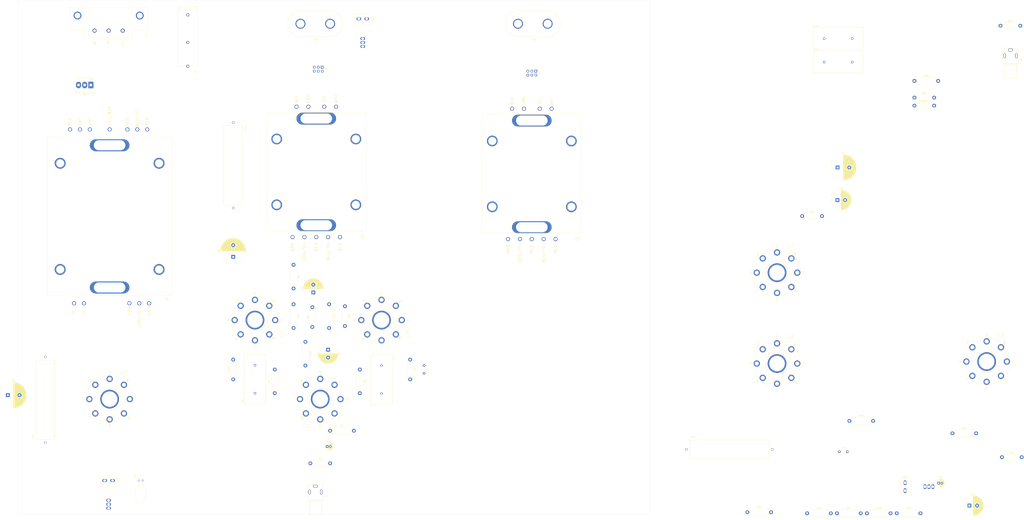
<source format=kicad_pcb>
(kicad_pcb (version 20171130) (host pcbnew 5.1.12-84ad8e8a86~92~ubuntu20.04.1)
  (layers (0 F.Cu signal) (31 B.Cu signal) (34 B.Paste user) (35 F.Paste user) (36 B.SilkS user) (37 F.SilkS user) (38 B.Mask user) (39 F.Mask user) (44 Edge.Cuts user))
  (net 0 "")
  (net 1 "Net-(C1-Pad1)")
  (net 2 "Net-(C1-Pad2)")
  (net 3 Earth)
  (net 4 "Net-(C4-Pad2)")
  (net 5 "Net-(C4-Pad1)")
  (net 6 "Net-(C5-Pad1)")
  (net 7 "Net-(C5-Pad2)")
  (net 8 B+)
  (net 9 "Net-(C9-Pad2)")
  (net 10 "Net-(C9-Pad1)")
  (net 11 "Net-(C12-Pad1)")
  (net 12 "Net-(C12-Pad2)")
  (net 13 "Net-(C13-Pad2)")
  (net 14 "Net-(C13-Pad1)")
  (net 15 "Net-(F1-Pad1)")
  (net 16 "Net-(F1-Pad2)")
  (net 17 "Net-(J1-Pad1)")
  (net 18 GNDPWR)
  (net 19 "Net-(J2-Pad3)")
  (net 20 "Net-(J3-Pad1)")
  (net 21 "Net-(J4-Pad1)")
  (net 22 "Net-(J4-Pad2)")
  (net 23 "Net-(J4-Pad3)")
  (net 24 "Net-(J4-Pad5)")
  (net 25 "Net-(J5-Pad2)")
  (net 26 "Net-(J5-Pad5)")
  (net 27 "Net-(J5-Pad3)")
  (net 28 "Net-(J5-Pad1)")
  (net 29 "Net-(JP1-Pad1)")
  (net 30 "Net-(JP1-Pad2)")
  (net 31 "Net-(JP1-Pad3)")
  (net 32 "Net-(NE1-Pad2)")
  (net 33 "Net-(R7-Pad2)")
  (net 34 "Net-(R10-Pad1)")
  (net 35 "Net-(R11-Pad2)")
  (net 36 "Net-(R14-Pad2)")
  (net 37 "Net-(R21-Pad2)")
  (net 38 "Net-(R24-Pad1)")
  (net 39 "Net-(R27-Pad2)")
  (net 40 "Net-(T1-Pad7)")
  (net 41 "Net-(T1-Pad9)")
  (net 42 "Net-(T1-Pad5)")
  (net 43 "Net-(T1-Pad10)")
  (net 44 "Net-(T1-Pad12)")
  (net 45 "Net-(T1-Pad6)")
  (net 46 "Net-(T2-Pad5)")
  (net 47 "Net-(T2-Pad4)")
  (net 48 "Net-(T2-Pad2)")
  (net 49 "Net-(T2-Pad1)")
  (net 50 "Net-(T3-Pad1)")
  (net 51 "Net-(T3-Pad2)")
  (net 52 "Net-(T3-Pad4)")
  (net 53 "Net-(T3-Pad5)")
  (net 54 "Net-(C3-Pad1)")
  (net 55 "Net-(C2-Pad1)")
  (net 56 "Net-(C7-Pad1)")
  (net 57 "Net-(C8-Pad1)")
  (net 58 "Net-(C10-Pad1)")
  (net 59 "Net-(C11-Pad1)")
  (net 60 "Net-(C14-Pad1)")
  (net 61 "Net-(C15-Pad1)")
  (module Capacitor_THT:CP_Radial_D12.5mm_P5.00mm (layer F.Cu) (at 611.197001 324.978001)
    (fp_text reference C11 (at 2.5 -7.5) (layer F.SilkS))
    (fp_text value "22u 350V")
    (pad 2 thru_hole circle (at 5 0) (size 2.4 2.4) (drill 1.2) (layers *.Cu *.Mask) (net 3 Earth))
    (pad 1 thru_hole rect (at 0 0) (size 2.4 2.4) (drill 1.2) (layers *.Cu *.Mask) (net 59 "Net-(C11-Pad1)"))
  )
  (module Capacitor_THT:CP_Radial_D12.5mm_P5.00mm (layer F.Cu) (at 189.865 187.96 90)
    (fp_text reference C3 (at 2.5 -7.5 90) (layer F.SilkS))
    (fp_text value "22u 350V")
    (pad 2 thru_hole circle (at 5 0 90) (size 2.4 2.4) (drill 1.2) (layers *.Cu *.Mask) (net 3 Earth))
    (pad 1 thru_hole rect (at 0 0 90) (size 2.4 2.4) (drill 1.2) (layers *.Cu *.Mask) (net 54 "Net-(C3-Pad1)"))
  )
  (module Capacitor_THT:CP_Radial_D16.0mm_P7.50mm (layer F.Cu) (at 526.567001 107.648001)
    (fp_text reference C15 (at 3.75 -9.25) (layer F.SilkS))
    (fp_text value "47u 450V")
    (pad 2 thru_hole circle (at 7.5 0) (size 2.4 2.4) (drill 1.2) (layers *.Cu *.Mask) (net 3 Earth))
    (pad 1 thru_hole rect (at 0 0) (size 2.4 2.4) (drill 1.2) (layers *.Cu *.Mask) (net 61 "Net-(C15-Pad1)"))
  )
  (module Capacitor_THT:CP_Radial_D16.0mm_P7.50mm (layer F.Cu) (at -6.35 254)
    (fp_text reference C6 (at 3.75 -9.25) (layer F.SilkS))
    (fp_text value "47uF 450V")
    (pad 2 thru_hole circle (at 7.5 0) (size 2.4 2.4) (drill 1.2) (layers *.Cu *.Mask) (net 3 Earth))
    (pad 1 thru_hole rect (at 0 0) (size 2.4 2.4) (drill 1.2) (layers *.Cu *.Mask) (net 8 B+))
  )
  (module RCA_jack:PRJAN1X1 (layer F.Cu) (at 194.945 316.23 180)
    (fp_text reference J1 (at -2.921 -2.6162) (layer F.SilkS))
    (fp_text value RCA)
    (pad 2 thru_hole oval (at 3.75 3.7 180) (size 3 1.8) (drill oval 2.5 1.3) (layers *.Cu *.Mask) (net 3 Earth))
    (pad 3 thru_hole oval (at 7.5 0 180) (size 1.5 3) (drill oval 1 2.5) (layers *.Cu *.Mask))
    (pad 1 thru_hole oval (at 0 0 180) (size 1.5 3) (drill oval 1 2.5) (layers *.Cu *.Mask) (net 17 "Net-(J1-Pad1)"))
  )
  (module RCA_jack:PRJAN1X1 (layer F.Cu) (at 641.35 35.814 180)
    (fp_text reference J3 (at -2.921 -2.6162) (layer F.SilkS))
    (fp_text value RCA)
    (pad 2 thru_hole oval (at 3.75 3.7 180) (size 3 1.8) (drill oval 2.5 1.3) (layers *.Cu *.Mask) (net 3 Earth))
    (pad 3 thru_hole oval (at 7.5 0 180) (size 1.5 3) (drill oval 1 2.5) (layers *.Cu *.Mask))
    (pad 1 thru_hole oval (at 0 0 180) (size 1.5 3) (drill oval 1 2.5) (layers *.Cu *.Mask) (net 20 "Net-(J3-Pad1)"))
  )
  (module Capacitor_THT:C_Rect_L7.2mm_W2.5mm_P5.00mm_FKS2_FKP2_MKS2_MKP2 (layer F.Cu) (at 260.985 234.95 270)
    (fp_text reference C1 (at 2.5 -2.5 90) (layer F.SilkS))
    (fp_text value 1000p)
    (pad 1 thru_hole circle (at 0 0 270) (size 1.6 1.6) (drill 0.8) (layers *.Cu *.Mask) (net 1 "Net-(C1-Pad1)"))
    (pad 2 thru_hole circle (at 5 0 270) (size 1.6 1.6) (drill 0.8) (layers *.Cu *.Mask) (net 2 "Net-(C1-Pad2)"))
  )
  (module Capacitor_THT:CP_Radial_D5.0mm_P2.00mm (layer F.Cu) (at 198.755 287.02)
    (fp_text reference C2 (at 1 -3.75) (layer F.SilkS))
    (fp_text value "100u 16V")
    (pad 1 thru_hole rect (at 0 0) (size 1.6 1.6) (drill 0.8) (layers *.Cu *.Mask) (net 55 "Net-(C2-Pad1)"))
    (pad 2 thru_hole circle (at 2 0) (size 1.6 1.6) (drill 0.8) (layers *.Cu *.Mask) (net 3 Earth))
  )
  (module caps:cap_rect_32x14_P18.3mm (layer F.Cu) (at 233.68 234.95 270)
    (fp_text reference C4 (at -5 -8 90) (layer F.SilkS))
    (fp_text value "0.22u 400V")
    (pad 2 thru_hole circle (at 18 0 270) (size 1.524 1.524) (drill 1) (layers *.Cu *.Mask) (net 4 "Net-(C4-Pad2)"))
    (pad 1 thru_hole circle (at 0 0 270) (size 1.524 1.524) (drill 1) (layers *.Cu *.Mask) (net 5 "Net-(C4-Pad1)"))
  )
  (module caps:cap_rect_32x14_P18.3mm (layer F.Cu) (at 152.4 252.73 90)
    (fp_text reference C5 (at -5 -8 90) (layer F.SilkS))
    (fp_text value "0.22u 400V")
    (pad 1 thru_hole circle (at 0 0 90) (size 1.524 1.524) (drill 1) (layers *.Cu *.Mask) (net 6 "Net-(C5-Pad1)"))
    (pad 2 thru_hole circle (at 18 0 90) (size 1.524 1.524) (drill 1) (layers *.Cu *.Mask) (net 7 "Net-(C5-Pad2)"))
  )
  (module Capacitor_THT:CP_Radial_D12.5mm_P5.00mm (layer F.Cu) (at 199.39 224.79 270)
    (fp_text reference C7 (at 2.5 -7.5 90) (layer F.SilkS))
    (fp_text value "470u 50V")
    (pad 2 thru_hole circle (at 5 0 270) (size 2.4 2.4) (drill 1.2) (layers *.Cu *.Mask) (net 3 Earth))
    (pad 1 thru_hole rect (at 0 0 270) (size 2.4 2.4) (drill 1.2) (layers *.Cu *.Mask) (net 56 "Net-(C7-Pad1)"))
  )
  (module Capacitor_THT:CP_Radial_D16.0mm_P7.50mm (layer F.Cu) (at 138.43 165.1 90)
    (fp_text reference C8 (at 3.75 -9.25 90) (layer F.SilkS))
    (fp_text value "47u 450V")
    (pad 1 thru_hole rect (at 0 0 90) (size 2.4 2.4) (drill 1.2) (layers *.Cu *.Mask) (net 57 "Net-(C8-Pad1)"))
    (pad 2 thru_hole circle (at 7.5 0 90) (size 2.4 2.4) (drill 1.2) (layers *.Cu *.Mask) (net 3 Earth))
  )
  (module Capacitor_THT:C_Rect_L7.2mm_W2.5mm_P5.00mm_FKS2_FKP2_MKS2_MKP2 (layer F.Cu) (at 527.757001 290.368001)
    (fp_text reference C9 (at 2.5 -2.5) (layer F.SilkS))
    (fp_text value 1000p)
    (pad 2 thru_hole circle (at 5 0) (size 1.6 1.6) (drill 0.8) (layers *.Cu *.Mask) (net 9 "Net-(C9-Pad2)"))
    (pad 1 thru_hole circle (at 0 0) (size 1.6 1.6) (drill 0.8) (layers *.Cu *.Mask) (net 10 "Net-(C9-Pad1)"))
  )
  (module Capacitor_THT:CP_Radial_D5.0mm_P2.00mm (layer F.Cu) (at 591.486776 310.558001)
    (fp_text reference C10 (at 1 -3.75) (layer F.SilkS))
    (fp_text value "100u 16V")
    (pad 2 thru_hole circle (at 2 0) (size 1.6 1.6) (drill 0.8) (layers *.Cu *.Mask) (net 3 Earth))
    (pad 1 thru_hole rect (at 0 0) (size 1.6 1.6) (drill 0.8) (layers *.Cu *.Mask) (net 58 "Net-(C10-Pad1)"))
  )
  (module caps:cap_rect_32x14_P18.3mm (layer F.Cu) (at 517.927001 24.728001)
    (fp_text reference C12 (at -5 -8) (layer F.SilkS))
    (fp_text value "0.22u 400V")
    (pad 1 thru_hole circle (at 0 0) (size 1.524 1.524) (drill 1) (layers *.Cu *.Mask) (net 11 "Net-(C12-Pad1)"))
    (pad 2 thru_hole circle (at 18 0) (size 1.524 1.524) (drill 1) (layers *.Cu *.Mask) (net 12 "Net-(C12-Pad2)"))
  )
  (module caps:cap_rect_32x14_P18.3mm (layer F.Cu) (at 517.927001 39.878001)
    (fp_text reference C13 (at -5 -8) (layer F.SilkS))
    (fp_text value "0.22u 400V")
    (pad 2 thru_hole circle (at 18 0) (size 1.524 1.524) (drill 1) (layers *.Cu *.Mask) (net 13 "Net-(C13-Pad2)"))
    (pad 1 thru_hole circle (at 0 0) (size 1.524 1.524) (drill 1) (layers *.Cu *.Mask) (net 14 "Net-(C13-Pad1)"))
  )
  (module Capacitor_THT:CP_Radial_D12.5mm_P5.00mm (layer F.Cu) (at 526.419083 128.598001)
    (fp_text reference C14 (at 2.5 -7.5) (layer F.SilkS))
    (fp_text value "470u 50V")
    (pad 1 thru_hole rect (at 0 0) (size 2.4 2.4) (drill 1.2) (layers *.Cu *.Mask) (net 60 "Net-(C14-Pad1)"))
    (pad 2 thru_hole circle (at 5 0) (size 2.4 2.4) (drill 1.2) (layers *.Cu *.Mask) (net 3 Earth))
  )
  (module HBH_fuse_holder:HBH-I-R (layer F.Cu) (at 109.22 42.545 270)
    (fp_text reference F1 (at 3.81 -5.08 90) (layer F.SilkS))
    (fp_text value Fuse)
    (pad 1 thru_hole circle (at 0 0 270) (size 1.905 1.905) (drill 1.27) (layers *.Cu *.Mask) (net 15 "Net-(F1-Pad1)"))
    (pad 2 thru_hole circle (at -15.24 0 270) (size 1.905 1.905) (drill 1.27) (layers *.Cu *.Mask) (net 16 "Net-(F1-Pad2)"))
    (pad 3 thru_hole circle (at -33.02 0 270) (size 1.905 1.905) (drill 1.27) (layers *.Cu *.Mask))
  )
  (module GSP1_power_entry:GSP1.8101.1 (layer F.Cu) (at 58.42 19.685 180)
    (fp_text reference J2 (at -24 -3) (layer F.SilkS))
    (fp_text value Conn_01x05)
    (fp_text user L (at -9 -8) (layer F.SilkS) (effects (font (size 2 2) (thickness 0.25))))
    (fp_text user E (at 0 -8) (layer F.SilkS) (effects (font (size 2 2) (thickness 0.25))))
    (fp_text user N (at 9 -8) (layer F.SilkS) (effects (font (size 2 2) (thickness 0.25))))
    (pad 1 thru_hole circle (at -9.05 0 180) (size 2.6 2.6) (drill 1.6) (layers *.Cu *.Mask) (net 16 "Net-(F1-Pad2)"))
    (pad 2 thru_hole circle (at 0 0 180) (size 2.6 2.6) (drill 1.6) (layers *.Cu *.Mask) (net 18 GNDPWR))
    (pad 3 thru_hole circle (at 9.05 0 180) (size 2.6 2.6) (drill 1.6) (layers *.Cu *.Mask) (net 19 "Net-(J2-Pad3)"))
    (pad 4 thru_hole circle (at -20 9.7 180) (size 5 5) (drill 3.6) (layers *.Cu *.Mask) (net 18 GNDPWR))
    (pad 5 thru_hole circle (at 20 9.7 180) (size 5 5) (drill 3.6) (layers *.Cu *.Mask) (net 18 GNDPWR))
  )
  (module Connector_PinHeader_2.54mm:PinHeader_2x03_P2.54mm_Vertical (layer F.Cu) (at 195.58 43.18 270)
    (fp_text reference J4 (at 1.27 -2.33 90) (layer F.SilkS))
    (fp_text value JPR_2x3)
    (pad 1 thru_hole rect (at 0 0 270) (size 1.7 1.7) (drill 1) (layers *.Cu *.Mask) (net 21 "Net-(J4-Pad1)"))
    (pad 2 thru_hole oval (at 2.54 0 270) (size 1.7 1.7) (drill 1) (layers *.Cu *.Mask) (net 22 "Net-(J4-Pad2)"))
    (pad 3 thru_hole oval (at 0 2.54 270) (size 1.7 1.7) (drill 1) (layers *.Cu *.Mask) (net 23 "Net-(J4-Pad3)"))
    (pad 4 thru_hole oval (at 2.54 2.54 270) (size 1.7 1.7) (drill 1) (layers *.Cu *.Mask) (net 22 "Net-(J4-Pad2)"))
    (pad 5 thru_hole oval (at 0 5.08 270) (size 1.7 1.7) (drill 1) (layers *.Cu *.Mask) (net 24 "Net-(J4-Pad5)"))
    (pad 6 thru_hole oval (at 2.54 5.08 270) (size 1.7 1.7) (drill 1) (layers *.Cu *.Mask) (net 22 "Net-(J4-Pad2)"))
  )
  (module Connector_PinHeader_2.54mm:PinHeader_2x03_P2.54mm_Vertical (layer F.Cu) (at 332.74 45.72 270)
    (fp_text reference J5 (at 1.27 -2.33 90) (layer F.SilkS))
    (fp_text value JPR_2x3)
    (pad 6 thru_hole oval (at 2.54 5.08 270) (size 1.7 1.7) (drill 1) (layers *.Cu *.Mask) (net 25 "Net-(J5-Pad2)"))
    (pad 5 thru_hole oval (at 0 5.08 270) (size 1.7 1.7) (drill 1) (layers *.Cu *.Mask) (net 26 "Net-(J5-Pad5)"))
    (pad 4 thru_hole oval (at 2.54 2.54 270) (size 1.7 1.7) (drill 1) (layers *.Cu *.Mask) (net 25 "Net-(J5-Pad2)"))
    (pad 3 thru_hole oval (at 0 2.54 270) (size 1.7 1.7) (drill 1) (layers *.Cu *.Mask) (net 27 "Net-(J5-Pad3)"))
    (pad 2 thru_hole oval (at 2.54 0 270) (size 1.7 1.7) (drill 1) (layers *.Cu *.Mask) (net 25 "Net-(J5-Pad2)"))
    (pad 1 thru_hole rect (at 0 0 270) (size 1.7 1.7) (drill 1) (layers *.Cu *.Mask) (net 28 "Net-(J5-Pad1)"))
  )
  (module BindingPost:Keystone_4109 (layer F.Cu) (at 200.66 15.24 180)
    (fp_text reference LS1 (at 8.89 -10.16) (layer F.SilkS))
    (fp_text value Speaker)
    (pad 2 thru_hole circle (at 19.05 0 180) (size 6.35 6.35) (drill 5.08) (layers *.Cu *.Mask) (net 3 Earth))
    (pad 1 thru_hole circle (at 0 0 180) (size 6.35 6.35) (drill 5.08) (layers *.Cu *.Mask) (net 22 "Net-(J4-Pad2)"))
  )
  (module BindingPost:Keystone_4109 (layer F.Cu) (at 340.36 15.24 180)
    (fp_text reference LS2 (at 8.89 -10.16) (layer F.SilkS))
    (fp_text value Speaker)
    (pad 1 thru_hole circle (at 0 0 180) (size 6.35 6.35) (drill 5.08) (layers *.Cu *.Mask) (net 25 "Net-(J5-Pad2)"))
    (pad 2 thru_hole circle (at 19.05 0 180) (size 6.35 6.35) (drill 5.08) (layers *.Cu *.Mask) (net 3 Earth))
  )
  (module neon:A1A (layer F.Cu) (at 77.724 308.864 90)
    (fp_text reference NE1 (at 3.175 -2.54 90) (layer F.SilkS))
    (fp_text value Lamp_Neon)
    (pad 1 thru_hole circle (at 0 0 90) (size 1.016 1.016) (drill 0.7112) (layers *.Cu *.Mask) (net 19 "Net-(J2-Pad3)"))
    (pad 2 thru_hole circle (at 0 2.54 90) (size 1.016 1.016) (drill 0.7112) (layers *.Cu *.Mask) (net 32 "Net-(NE1-Pad2)"))
  )
  (module Resistor_THT:R_Axial_DIN0411_L9.9mm_D3.6mm_P12.70mm_Horizontal (layer F.Cu) (at 187.96 297.815)
    (fp_text reference R1 (at 6.35 -2.92) (layer F.SilkS))
    (fp_text value 470K)
    (pad 2 thru_hole oval (at 12.7 0) (size 2.4 2.4) (drill 1.2) (layers *.Cu *.Mask) (net 3 Earth))
    (pad 1 thru_hole circle (at 0 0) (size 2.4 2.4) (drill 1.2) (layers *.Cu *.Mask) (net 17 "Net-(J1-Pad1)"))
  )
  (module Resistor_THT:R_Axial_DIN0414_L11.9mm_D4.5mm_P15.24mm_Horizontal (layer F.Cu) (at 200.025 195.58 270)
    (fp_text reference R2 (at 7.62 -3.37 90) (layer F.SilkS))
    (fp_text value 100K)
    (pad 2 thru_hole oval (at 15.24 0 270) (size 2.4 2.4) (drill 1.2) (layers *.Cu *.Mask) (net 4 "Net-(C4-Pad2)"))
    (pad 1 thru_hole circle (at 0 0 270) (size 2.4 2.4) (drill 1.2) (layers *.Cu *.Mask) (net 54 "Net-(C3-Pad1)"))
  )
  (module Resistor_THT:R_Axial_DIN0414_L11.9mm_D4.5mm_P15.24mm_Horizontal (layer F.Cu) (at 200.66 276.86)
    (fp_text reference R3 (at 7.62 -3.37) (layer F.SilkS))
    (fp_text value 100)
    (pad 1 thru_hole circle (at 0 0) (size 2.4 2.4) (drill 1.2) (layers *.Cu *.Mask) (net 55 "Net-(C2-Pad1)"))
    (pad 2 thru_hole oval (at 15.24 0) (size 2.4 2.4) (drill 1.2) (layers *.Cu *.Mask) (net 2 "Net-(C1-Pad2)"))
  )
  (module Resistor_THT:R_Axial_DIN0414_L11.9mm_D4.5mm_P15.24mm_Horizontal (layer F.Cu) (at 177.165 195.58 270)
    (fp_text reference R4 (at 7.62 -3.37 90) (layer F.SilkS))
    (fp_text value 100K)
    (pad 1 thru_hole circle (at 0 0 270) (size 2.4 2.4) (drill 1.2) (layers *.Cu *.Mask) (net 54 "Net-(C3-Pad1)"))
    (pad 2 thru_hole oval (at 15.24 0 270) (size 2.4 2.4) (drill 1.2) (layers *.Cu *.Mask) (net 7 "Net-(C5-Pad2)"))
  )
  (module Resistor_THT:R_Axial_DIN0411_L9.9mm_D3.6mm_P12.70mm_Horizontal (layer F.Cu) (at 252.095 231.14 270)
    (fp_text reference R5 (at 6.35 -2.92 90) (layer F.SilkS))
    (fp_text value 1k)
    (pad 2 thru_hole oval (at 12.7 0 270) (size 2.4 2.4) (drill 1.2) (layers *.Cu *.Mask) (net 2 "Net-(C1-Pad2)"))
    (pad 1 thru_hole circle (at 0 0 270) (size 2.4 2.4) (drill 1.2) (layers *.Cu *.Mask) (net 1 "Net-(C1-Pad1)"))
  )
  (module Resistor_THT:R_Axial_DIN0414_L11.9mm_D4.5mm_P15.24mm_Horizontal (layer F.Cu) (at 177.165 170.18 270)
    (fp_text reference R6 (at 7.62 -3.37 90) (layer F.SilkS))
    (fp_text value "6.8k 1W")
    (pad 2 thru_hole oval (at 15.24 0 270) (size 2.4 2.4) (drill 1.2) (layers *.Cu *.Mask) (net 54 "Net-(C3-Pad1)"))
    (pad 1 thru_hole circle (at 0 0 270) (size 2.4 2.4) (drill 1.2) (layers *.Cu *.Mask) (net 57 "Net-(C8-Pad1)"))
  )
  (module Resistor_THT:R_Axial_DIN0414_L11.9mm_D4.5mm_P15.24mm_Horizontal (layer F.Cu) (at 165.1 252.73 90)
    (fp_text reference R7 (at 7.62 -3.37 90) (layer F.SilkS))
    (fp_text value 270K)
    (pad 2 thru_hole oval (at 15.24 0 90) (size 2.4 2.4) (drill 1.2) (layers *.Cu *.Mask) (net 33 "Net-(R7-Pad2)"))
    (pad 1 thru_hole circle (at 0 0 90) (size 2.4 2.4) (drill 1.2) (layers *.Cu *.Mask) (net 6 "Net-(C5-Pad1)"))
  )
  (module Resistor_THT:R_Axial_DIN0411_L9.9mm_D3.6mm_P12.70mm_Horizontal (layer F.Cu) (at 189.23 210.185 90)
    (fp_text reference R8 (at 6.35 -2.92 90) (layer F.SilkS))
    (fp_text value 47K)
    (pad 1 thru_hole circle (at 0 0 90) (size 2.4 2.4) (drill 1.2) (layers *.Cu *.Mask) (net 33 "Net-(R7-Pad2)"))
    (pad 2 thru_hole oval (at 12.7 0 90) (size 2.4 2.4) (drill 1.2) (layers *.Cu *.Mask) (net 3 Earth))
  )
  (module Resistor_THT:R_Axial_DIN0414_L11.9mm_D4.5mm_P15.24mm_Horizontal (layer F.Cu) (at 219.71 237.49 270)
    (fp_text reference R9 (at 7.62 -3.37 90) (layer F.SilkS))
    (fp_text value 270K)
    (pad 1 thru_hole circle (at 0 0 270) (size 2.4 2.4) (drill 1.2) (layers *.Cu *.Mask) (net 5 "Net-(C4-Pad1)"))
    (pad 2 thru_hole oval (at 15.24 0 270) (size 2.4 2.4) (drill 1.2) (layers *.Cu *.Mask) (net 33 "Net-(R7-Pad2)"))
  )
  (module Resistor_THT:R_Axial_DIN0411_L9.9mm_D3.6mm_P12.70mm_Horizontal (layer F.Cu) (at 210.185 196.85 270)
    (fp_text reference R10 (at 6.35 -2.92 90) (layer F.SilkS))
    (fp_text value 1k)
    (pad 2 thru_hole oval (at 12.7 0 270) (size 2.4 2.4) (drill 1.2) (layers *.Cu *.Mask) (net 5 "Net-(C4-Pad1)"))
    (pad 1 thru_hole circle (at 0 0 270) (size 2.4 2.4) (drill 1.2) (layers *.Cu *.Mask) (net 34 "Net-(R10-Pad1)"))
  )
  (module res:R_100R_20W_11x51mm (layer F.Cu) (at 17.78 284.48 90)
    (fp_text reference R11 (at 4 -8 90) (layer F.SilkS))
    (fp_text value "100R 20W")
    (pad 2 thru_hole circle (at 55 0 90) (size 1.524 1.524) (drill 1.2) (layers *.Cu *.Mask) (net 35 "Net-(R11-Pad2)"))
    (pad 1 thru_hole circle (at 0 0 90) (size 1.524 1.524) (drill 1.2) (layers *.Cu *.Mask) (net 8 B+))
  )
  (module Resistor_THT:R_Axial_DIN0414_L11.9mm_D4.5mm_P15.24mm_Horizontal (layer F.Cu) (at 184.785 219.71 270)
    (fp_text reference R12 (at 7.62 -3.37 90) (layer F.SilkS))
    (fp_text value 250)
    (pad 1 thru_hole circle (at 0 0 270) (size 2.4 2.4) (drill 1.2) (layers *.Cu *.Mask) (net 56 "Net-(C7-Pad1)"))
    (pad 2 thru_hole oval (at 15.24 0 270) (size 2.4 2.4) (drill 1.2) (layers *.Cu *.Mask) (net 3 Earth))
  )
  (module res:R_100R_20W_11x51mm (layer F.Cu) (at 138.43 78.74 270)
    (fp_text reference R13 (at 4 -8 90) (layer F.SilkS))
    (fp_text value "100R 20W")
    (pad 1 thru_hole circle (at 0 0 270) (size 1.524 1.524) (drill 1.2) (layers *.Cu *.Mask) (net 8 B+))
    (pad 2 thru_hole circle (at 55 0 270) (size 1.524 1.524) (drill 1.2) (layers *.Cu *.Mask) (net 57 "Net-(C8-Pad1)"))
  )
  (module Resistor_THT:R_Axial_DIN0411_L9.9mm_D3.6mm_P12.70mm_Horizontal (layer F.Cu) (at 138.43 243.84 90)
    (fp_text reference R14 (at 6.35 -2.92 90) (layer F.SilkS))
    (fp_text value 1k)
    (pad 1 thru_hole circle (at 0 0 90) (size 2.4 2.4) (drill 1.2) (layers *.Cu *.Mask) (net 6 "Net-(C5-Pad1)"))
    (pad 2 thru_hole oval (at 12.7 0 90) (size 2.4 2.4) (drill 1.2) (layers *.Cu *.Mask) (net 36 "Net-(R14-Pad2)"))
  )
  (module Resistor_THT:R_Axial_DIN0411_L9.9mm_D3.6mm_P12.70mm_Horizontal (layer F.Cu) (at 631.19 16.51)
    (fp_text reference R15 (at 6.35 -2.92) (layer F.SilkS))
    (fp_text value 470K)
    (pad 2 thru_hole oval (at 12.7 0) (size 2.4 2.4) (drill 1.2) (layers *.Cu *.Mask) (net 3 Earth))
    (pad 1 thru_hole circle (at 0 0) (size 2.4 2.4) (drill 1.2) (layers *.Cu *.Mask) (net 20 "Net-(J3-Pad1)"))
  )
  (module Resistor_THT:R_Axial_DIN0414_L11.9mm_D4.5mm_P15.24mm_Horizontal (layer F.Cu) (at 575.907001 51.968001)
    (fp_text reference R16 (at 7.62 -3.37) (layer F.SilkS))
    (fp_text value 100K)
    (pad 1 thru_hole circle (at 0 0) (size 2.4 2.4) (drill 1.2) (layers *.Cu *.Mask) (net 59 "Net-(C11-Pad1)"))
    (pad 2 thru_hole oval (at 15.24 0) (size 2.4 2.4) (drill 1.2) (layers *.Cu *.Mask) (net 12 "Net-(C12-Pad2)"))
  )
  (module Resistor_THT:R_Axial_DIN0414_L11.9mm_D4.5mm_P15.24mm_Horizontal (layer F.Cu) (at 526.177001 329.938001)
    (fp_text reference R17 (at 7.62 -3.37) (layer F.SilkS))
    (fp_text value 100)
    (pad 1 thru_hole circle (at 0 0) (size 2.4 2.4) (drill 1.2) (layers *.Cu *.Mask) (net 58 "Net-(C10-Pad1)"))
    (pad 2 thru_hole oval (at 15.24 0) (size 2.4 2.4) (drill 1.2) (layers *.Cu *.Mask) (net 9 "Net-(C9-Pad2)"))
  )
  (module Resistor_THT:R_Axial_DIN0414_L11.9mm_D4.5mm_P15.24mm_Horizontal (layer F.Cu) (at 545.367001 329.938001)
    (fp_text reference R18 (at 7.62 -3.37) (layer F.SilkS))
    (fp_text value 100K)
    (pad 2 thru_hole oval (at 15.24 0) (size 2.4 2.4) (drill 1.2) (layers *.Cu *.Mask) (net 13 "Net-(C13-Pad2)"))
    (pad 1 thru_hole circle (at 0 0) (size 2.4 2.4) (drill 1.2) (layers *.Cu *.Mask) (net 59 "Net-(C11-Pad1)"))
  )
  (module Resistor_THT:R_Axial_DIN0411_L9.9mm_D3.6mm_P12.70mm_Horizontal (layer F.Cu) (at 575.907001 67.868001)
    (fp_text reference R19 (at 6.35 -2.92) (layer F.SilkS))
    (fp_text value 1k)
    (pad 1 thru_hole circle (at 0 0) (size 2.4 2.4) (drill 1.2) (layers *.Cu *.Mask) (net 10 "Net-(C9-Pad1)"))
    (pad 2 thru_hole oval (at 12.7 0) (size 2.4 2.4) (drill 1.2) (layers *.Cu *.Mask) (net 9 "Net-(C9-Pad2)"))
  )
  (module Resistor_THT:R_Axial_DIN0414_L11.9mm_D4.5mm_P15.24mm_Horizontal (layer F.Cu) (at 534.147001 270.548001)
    (fp_text reference R20 (at 7.62 -3.37) (layer F.SilkS))
    (fp_text value "6.8k 1W")
    (pad 1 thru_hole circle (at 0 0) (size 2.4 2.4) (drill 1.2) (layers *.Cu *.Mask) (net 61 "Net-(C15-Pad1)"))
    (pad 2 thru_hole oval (at 15.24 0) (size 2.4 2.4) (drill 1.2) (layers *.Cu *.Mask) (net 59 "Net-(C11-Pad1)"))
  )
  (module Resistor_THT:R_Axial_DIN0414_L11.9mm_D4.5mm_P15.24mm_Horizontal (layer F.Cu) (at 468.607001 329.268001)
    (fp_text reference R21 (at 7.62 -3.37) (layer F.SilkS))
    (fp_text value 270K)
    (pad 2 thru_hole oval (at 15.24 0) (size 2.4 2.4) (drill 1.2) (layers *.Cu *.Mask) (net 37 "Net-(R21-Pad2)"))
    (pad 1 thru_hole circle (at 0 0) (size 2.4 2.4) (drill 1.2) (layers *.Cu *.Mask) (net 14 "Net-(C13-Pad1)"))
  )
  (module Resistor_THT:R_Axial_DIN0411_L9.9mm_D3.6mm_P12.70mm_Horizontal (layer F.Cu) (at 503.837001 138.878001)
    (fp_text reference R22 (at 6.35 -2.92) (layer F.SilkS))
    (fp_text value 47K)
    (pad 1 thru_hole circle (at 0 0) (size 2.4 2.4) (drill 1.2) (layers *.Cu *.Mask) (net 37 "Net-(R21-Pad2)"))
    (pad 2 thru_hole oval (at 12.7 0) (size 2.4 2.4) (drill 1.2) (layers *.Cu *.Mask) (net 3 Earth))
  )
  (module Resistor_THT:R_Axial_DIN0414_L11.9mm_D4.5mm_P15.24mm_Horizontal (layer F.Cu) (at 506.987001 329.938001)
    (fp_text reference R23 (at 7.62 -3.37) (layer F.SilkS))
    (fp_text value 270K)
    (pad 1 thru_hole circle (at 0 0) (size 2.4 2.4) (drill 1.2) (layers *.Cu *.Mask) (net 11 "Net-(C12-Pad1)"))
    (pad 2 thru_hole oval (at 15.24 0) (size 2.4 2.4) (drill 1.2) (layers *.Cu *.Mask) (net 37 "Net-(R21-Pad2)"))
  )
  (module Resistor_THT:R_Axial_DIN0411_L9.9mm_D3.6mm_P12.70mm_Horizontal (layer F.Cu) (at 575.907001 62.718001)
    (fp_text reference R24 (at 6.35 -2.92) (layer F.SilkS))
    (fp_text value 1k)
    (pad 1 thru_hole circle (at 0 0) (size 2.4 2.4) (drill 1.2) (layers *.Cu *.Mask) (net 38 "Net-(R24-Pad1)"))
    (pad 2 thru_hole oval (at 12.7 0) (size 2.4 2.4) (drill 1.2) (layers *.Cu *.Mask) (net 11 "Net-(C12-Pad1)"))
  )
  (module Resistor_THT:R_Axial_DIN0414_L11.9mm_D4.5mm_P15.24mm_Horizontal (layer F.Cu) (at 600.317001 278.518001)
    (fp_text reference R25 (at 7.62 -3.37) (layer F.SilkS))
    (fp_text value 250)
    (pad 2 thru_hole oval (at 15.24 0) (size 2.4 2.4) (drill 1.2) (layers *.Cu *.Mask) (net 3 Earth))
    (pad 1 thru_hole circle (at 0 0) (size 2.4 2.4) (drill 1.2) (layers *.Cu *.Mask) (net 60 "Net-(C14-Pad1)"))
  )
  (module res:R_100R_20W_11x51mm (layer F.Cu) (at 429.514 288.888001)
    (fp_text reference R26 (at 4 -8) (layer F.SilkS))
    (fp_text value "100R 20W")
    (pad 1 thru_hole circle (at 0 0) (size 1.524 1.524) (drill 1.2) (layers *.Cu *.Mask) (net 8 B+))
    (pad 2 thru_hole circle (at 55 0) (size 1.524 1.524) (drill 1.2) (layers *.Cu *.Mask) (net 61 "Net-(C15-Pad1)"))
  )
  (module Resistor_THT:R_Axial_DIN0411_L9.9mm_D3.6mm_P12.70mm_Horizontal (layer F.Cu) (at 632.107001 293.888001)
    (fp_text reference R27 (at 6.35 -2.92) (layer F.SilkS))
    (fp_text value 1k)
    (pad 2 thru_hole oval (at 12.7 0) (size 2.4 2.4) (drill 1.2) (layers *.Cu *.Mask) (net 39 "Net-(R27-Pad2)"))
    (pad 1 thru_hole circle (at 0 0) (size 2.4 2.4) (drill 1.2) (layers *.Cu *.Mask) (net 14 "Net-(C13-Pad1)"))
  )
  (module Resistor_THT:R_Axial_DIN0414_L11.9mm_D4.5mm_P15.24mm_Horizontal (layer F.Cu) (at 564.557001 329.938001)
    (fp_text reference R28 (at 7.62 -3.37) (layer F.SilkS))
    (fp_text value 100k)
    (pad 2 thru_hole oval (at 15.24 0) (size 2.4 2.4) (drill 1.2) (layers *.Cu *.Mask) (net 30 "Net-(JP1-Pad2)"))
    (pad 1 thru_hole circle (at 0 0) (size 2.4 2.4) (drill 1.2) (layers *.Cu *.Mask) (net 32 "Net-(NE1-Pad2)"))
  )
  (module Switch_8GA:8GA1016-Z (layer F.Cu) (at 58.42 321.564 270)
    (fp_text reference SW1 (at -12.75 -6.25 90) (layer F.SilkS))
    (fp_text value SW_SPST_GND)
    (pad 5 thru_hole oval (at -12.7 2.54 270) (size 1.8 3) (drill 1.6) (layers *.Cu *.Mask) (net 3 Earth))
    (pad 4 thru_hole oval (at -12.7 -2.54 270) (size 1.8 3) (drill 1.6) (layers *.Cu *.Mask) (net 3 Earth))
    (pad 3 thru_hole oval (at 5.08 0 270) (size 1.8 3) (drill 1.6) (layers *.Cu *.Mask))
    (pad 2 thru_hole oval (at 2.54 0 270) (size 1.8 3) (drill 1.6) (layers *.Cu *.Mask) (net 30 "Net-(JP1-Pad2)"))
    (pad 1 thru_hole oval (at 0 0 270) (size 1.8 3) (drill 1.6) (layers *.Cu *.Mask) (net 15 "Net-(F1-Pad1)"))
  )
  (module Switch_8GA:8GA1016-Z (layer F.Cu) (at 221.615 24.765 270)
    (fp_text reference SW2 (at -12.75 -6.25 90) (layer F.SilkS))
    (fp_text value SW_SPDT)
    (pad 1 thru_hole oval (at 0 0 270) (size 1.8 3) (drill 1.6) (layers *.Cu *.Mask) (net 21 "Net-(J4-Pad1)"))
    (pad 2 thru_hole oval (at 2.54 0 270) (size 1.8 3) (drill 1.6) (layers *.Cu *.Mask) (net 1 "Net-(C1-Pad1)"))
    (pad 3 thru_hole oval (at 5.08 0 270) (size 1.8 3) (drill 1.6) (layers *.Cu *.Mask) (net 3 Earth))
    (pad 4 thru_hole oval (at -12.7 -2.54 270) (size 1.8 3) (drill 1.6) (layers *.Cu *.Mask))
    (pad 5 thru_hole oval (at -12.7 2.54 270) (size 1.8 3) (drill 1.6) (layers *.Cu *.Mask))
  )
  (module Switch_8GA:8GA1016-Z (layer F.Cu) (at 582.642001 312.843001)
    (fp_text reference SW3 (at -12.75 -6.25) (layer F.SilkS))
    (fp_text value SW_SPDT)
    (pad 1 thru_hole oval (at 0 0) (size 1.8 3) (drill 1.6) (layers *.Cu *.Mask) (net 28 "Net-(J5-Pad1)"))
    (pad 2 thru_hole oval (at 2.54 0) (size 1.8 3) (drill 1.6) (layers *.Cu *.Mask) (net 10 "Net-(C9-Pad1)"))
    (pad 3 thru_hole oval (at 5.08 0) (size 1.8 3) (drill 1.6) (layers *.Cu *.Mask) (net 3 Earth))
    (pad 4 thru_hole oval (at -12.7 -2.54) (size 1.8 3) (drill 1.6) (layers *.Cu *.Mask))
    (pad 5 thru_hole oval (at -12.7 2.54) (size 1.8 3) (drill 1.6) (layers *.Cu *.Mask))
  )
  (module Hammond_XFRMR:Hammond_272HX (layer F.Cu) (at 59.055 139.065 180)
    (fp_text reference T1 (at -36.83 -53.34) (layer F.SilkS) (effects (font (size 1.524 1.524) (thickness 0.2032))))
    (fp_text value Transformer_Hammond_272HX)
    (fp_text user RED (at -24.13 60.96 90) (layer F.SilkS) (effects (font (size 1.905 1.905) (thickness 0.2032))))
    (fp_text user RED/YEL (at -17.78 63.5 90) (layer F.SilkS) (effects (font (size 1.905 1.905) (thickness 0.2032))))
    (fp_text user RED (at -11.43 60.96 90) (layer F.SilkS) (effects (font (size 1.905 1.905) (thickness 0.2032))))
    (fp_text user YEL/BLK (at 0 64.77 90) (layer F.SilkS) (effects (font (size 1.905 1.905) (thickness 0.2032))))
    (fp_text user BLK (at 25.4 60.96 90) (layer F.SilkS) (effects (font (size 1.905 1.905) (thickness 0.2032))))
    (fp_text user GRY (at 19.05 60.96 90) (layer F.SilkS) (effects (font (size 1.905 1.905) (thickness 0.2032))))
    (fp_text user WHT (at 12.7 60.96 90) (layer F.SilkS) (effects (font (size 1.905 1.905) (thickness 0.2032))))
    (fp_text user GRN/YEL (at -19.05 -64.77 90) (layer F.SilkS) (effects (font (size 1.905 1.905) (thickness 0.2032))))
    (fp_text user GRN (at -25.4 -60.96 90) (layer F.SilkS) (effects (font (size 1.905 1.905) (thickness 0.2032))))
    (fp_text user GRN (at -12.7 -60.96 90) (layer F.SilkS) (effects (font (size 1.905 1.905) (thickness 0.2032))))
    (fp_text user YEL (at 16.51 -60.96 90) (layer F.SilkS) (effects (font (size 1.905 1.905) (thickness 0.2032))))
    (fp_text user YEL (at 22.86 -60.96 90) (layer F.SilkS) (effects (font (size 1.905 1.905) (thickness 0.2032))))
    (pad M1 thru_hole circle (at -31.75 -34.1376 180) (size 6.985 6.985) (drill 5.1562) (layers *.Cu *.Mask))
    (pad M2 thru_hole circle (at 31.75 -34.1376 180) (size 6.985 6.985) (drill 5.1562) (layers *.Cu *.Mask))
    (pad M4 thru_hole circle (at 31.75 34.1376 180) (size 6.985 6.985) (drill 5.1562) (layers *.Cu *.Mask))
    (pad M3 thru_hole circle (at -31.75 34.1376 180) (size 6.985 6.985) (drill 5.1562) (layers *.Cu *.Mask))
    (pad S2 thru_hole oval (at 0 45.72 180) (size 25.4 7.62) (drill oval 20.32 6.35) (layers *.Cu *.Mask))
    (pad S1 thru_hole oval (at 0 -45.72 180) (size 25.4 7.62) (drill oval 20.32 6.35) (layers *.Cu *.Mask))
    (pad 7 thru_hole circle (at -24.13 55.88 180) (size 2.54 2.54) (drill 1.778) (layers *.Cu *.Mask) (net 40 "Net-(T1-Pad7)"))
    (pad 8 thru_hole circle (at -17.78 55.88 180) (size 2.54 2.54) (drill 1.778) (layers *.Cu *.Mask) (net 3 Earth))
    (pad 9 thru_hole circle (at -11.43 55.88 180) (size 2.54 2.54) (drill 1.778) (layers *.Cu *.Mask) (net 41 "Net-(T1-Pad9)"))
    (pad 1 thru_hole circle (at 12.7 55.88 180) (size 2.54 2.54) (drill 1.778) (layers *.Cu *.Mask) (net 29 "Net-(JP1-Pad1)"))
    (pad 2 thru_hole circle (at 19.05 55.88 180) (size 2.54 2.54) (drill 1.778) (layers *.Cu *.Mask) (net 31 "Net-(JP1-Pad3)"))
    (pad 3 thru_hole circle (at 25.4 55.88 180) (size 2.54 2.54) (drill 1.778) (layers *.Cu *.Mask) (net 19 "Net-(J2-Pad3)"))
    (pad 5 thru_hole circle (at 0 55.88 180) (size 2.54 2.54) (drill 1.778) (layers *.Cu *.Mask) (net 42 "Net-(T1-Pad5)"))
    (pad 10 thru_hole circle (at -25.4 -55.88 180) (size 2.54 2.54) (drill 1.778) (layers *.Cu *.Mask) (net 43 "Net-(T1-Pad10)"))
    (pad 11 thru_hole circle (at -19.05 -55.88 180) (size 2.54 2.54) (drill 1.778) (layers *.Cu *.Mask) (net 3 Earth))
    (pad 12 thru_hole circle (at -12.7 -55.88 180) (size 2.54 2.54) (drill 1.778) (layers *.Cu *.Mask) (net 44 "Net-(T1-Pad12)"))
    (pad 4 thru_hole circle (at 16.51 -55.88 180) (size 2.54 2.54) (drill 1.778) (layers *.Cu *.Mask) (net 35 "Net-(R11-Pad2)"))
    (pad 6 thru_hole circle (at 22.86 -55.88 180) (size 2.54 2.54) (drill 1.778) (layers *.Cu *.Mask) (net 45 "Net-(T1-Pad6)"))
  )
  (module Hammond_XFRMR:Hammond_1608A (layer F.Cu) (at 191.77 110.49 180)
    (fp_text reference T2 (at -29.21 -41.91) (layer F.SilkS) (effects (font (size 1.905 1.905) (thickness 0.2032))))
    (fp_text value "Hammond 1608A")
    (fp_text user BRN (at 15.24 -48.26 90) (layer F.SilkS) (effects (font (size 1.905 1.905) (thickness 0.2032))))
    (fp_text user RED (at 0 -48.26 90) (layer F.SilkS) (effects (font (size 1.905 1.905) (thickness 0.2032))))
    (fp_text user BLU/YEL (at -7.62 -50.8 90) (layer F.SilkS) (effects (font (size 1.905 1.905) (thickness 0.2032))))
    (fp_text user BRN/YEL (at 7.62 -50.8 90) (layer F.SilkS) (effects (font (size 1.905 1.905) (thickness 0.2032))))
    (fp_text user BLU (at -15.24 -48.26 90) (layer F.SilkS) (effects (font (size 1.905 1.905) (thickness 0.2032))))
    (fp_text user BLK (at 12.7 46.99 90) (layer F.SilkS) (effects (font (size 1.905 1.905) (thickness 0.2032))))
    (fp_text user GRN (at 5.08 46.99 90) (layer F.SilkS) (effects (font (size 1.905 1.905) (thickness 0.2032))))
    (fp_text user YEL (at -5.08 46.99 90) (layer F.SilkS) (effects (font (size 1.905 1.905) (thickness 0.2032))))
    (fp_text user WHT (at -12.7 46.99 90) (layer F.SilkS) (effects (font (size 1.905 1.905) (thickness 0.2032))))
    (pad 5 thru_hole circle (at 15.24 -41.91 180) (size 2.54 2.54) (drill 1.778) (layers *.Cu *.Mask) (net 46 "Net-(T2-Pad5)"))
    (pad 4 thru_hole circle (at 7.62 -41.91 180) (size 2.54 2.54) (drill 1.778) (layers *.Cu *.Mask) (net 47 "Net-(T2-Pad4)"))
    (pad 3 thru_hole circle (at 0 -41.91 180) (size 2.54 2.54) (drill 1.778) (layers *.Cu *.Mask) (net 57 "Net-(C8-Pad1)"))
    (pad 2 thru_hole circle (at -7.62 -41.91 180) (size 2.54 2.54) (drill 1.778) (layers *.Cu *.Mask) (net 48 "Net-(T2-Pad2)"))
    (pad 1 thru_hole circle (at -15.24 -41.91 180) (size 2.54 2.54) (drill 1.778) (layers *.Cu *.Mask) (net 49 "Net-(T2-Pad1)"))
    (pad 9 thru_hole circle (at 12.7 41.91 180) (size 2.54 2.54) (drill 1.778) (layers *.Cu *.Mask) (net 3 Earth))
    (pad 8 thru_hole circle (at 5.08 41.91 180) (size 2.54 2.54) (drill 1.778) (layers *.Cu *.Mask) (net 24 "Net-(J4-Pad5)"))
    (pad 7 thru_hole circle (at -5.08 41.91 180) (size 2.54 2.54) (drill 1.778) (layers *.Cu *.Mask) (net 23 "Net-(J4-Pad3)"))
    (pad 6 thru_hole circle (at -12.7 41.91 180) (size 2.54 2.54) (drill 1.778) (layers *.Cu *.Mask) (net 21 "Net-(J4-Pad1)"))
    (pad S2 thru_hole oval (at 0 -34.29 180) (size 25.4 7.62) (drill oval 20.32 6.35) (layers *.Cu *.Mask))
    (pad S1 thru_hole oval (at 0 34.29 180) (size 25.4 7.62) (drill oval 20.32 6.35) (layers *.Cu *.Mask))
    (pad M4 thru_hole circle (at 25.4 21.1582 180) (size 6.858 6.858) (drill 5.1562) (layers *.Cu *.Mask))
    (pad M3 thru_hole circle (at 25.4 -21.1582 180) (size 6.858 6.858) (drill 5.1562) (layers *.Cu *.Mask))
    (pad M2 thru_hole circle (at -25.4 -21.1582 180) (size 6.858 6.858) (drill 5.1562) (layers *.Cu *.Mask))
    (pad M1 thru_hole circle (at -25.4 21.1582 180) (size 6.858 6.858) (drill 5.1562) (layers *.Cu *.Mask))
  )
  (module Hammond_XFRMR:Hammond_1608A (layer F.Cu) (at 330.2 111.76 180)
    (fp_text reference T3 (at -29.21 -41.91) (layer F.SilkS) (effects (font (size 1.905 1.905) (thickness 0.2032))))
    (fp_text value "Hammond 1608A")
    (fp_text user WHT (at -12.7 46.99 90) (layer F.SilkS) (effects (font (size 1.905 1.905) (thickness 0.2032))))
    (fp_text user YEL (at -5.08 46.99 90) (layer F.SilkS) (effects (font (size 1.905 1.905) (thickness 0.2032))))
    (fp_text user GRN (at 5.08 46.99 90) (layer F.SilkS) (effects (font (size 1.905 1.905) (thickness 0.2032))))
    (fp_text user BLK (at 12.7 46.99 90) (layer F.SilkS) (effects (font (size 1.905 1.905) (thickness 0.2032))))
    (fp_text user BLU (at -15.24 -48.26 90) (layer F.SilkS) (effects (font (size 1.905 1.905) (thickness 0.2032))))
    (fp_text user BRN/YEL (at 7.62 -50.8 90) (layer F.SilkS) (effects (font (size 1.905 1.905) (thickness 0.2032))))
    (fp_text user BLU/YEL (at -7.62 -50.8 90) (layer F.SilkS) (effects (font (size 1.905 1.905) (thickness 0.2032))))
    (fp_text user RED (at 0 -48.26 90) (layer F.SilkS) (effects (font (size 1.905 1.905) (thickness 0.2032))))
    (fp_text user BRN (at 15.24 -48.26 90) (layer F.SilkS) (effects (font (size 1.905 1.905) (thickness 0.2032))))
    (pad M1 thru_hole circle (at -25.4 21.1582 180) (size 6.858 6.858) (drill 5.1562) (layers *.Cu *.Mask))
    (pad M2 thru_hole circle (at -25.4 -21.1582 180) (size 6.858 6.858) (drill 5.1562) (layers *.Cu *.Mask))
    (pad M3 thru_hole circle (at 25.4 -21.1582 180) (size 6.858 6.858) (drill 5.1562) (layers *.Cu *.Mask))
    (pad M4 thru_hole circle (at 25.4 21.1582 180) (size 6.858 6.858) (drill 5.1562) (layers *.Cu *.Mask))
    (pad S1 thru_hole oval (at 0 34.29 180) (size 25.4 7.62) (drill oval 20.32 6.35) (layers *.Cu *.Mask))
    (pad S2 thru_hole oval (at 0 -34.29 180) (size 25.4 7.62) (drill oval 20.32 6.35) (layers *.Cu *.Mask))
    (pad 6 thru_hole circle (at -12.7 41.91 180) (size 2.54 2.54) (drill 1.778) (layers *.Cu *.Mask) (net 28 "Net-(J5-Pad1)"))
    (pad 7 thru_hole circle (at -5.08 41.91 180) (size 2.54 2.54) (drill 1.778) (layers *.Cu *.Mask) (net 27 "Net-(J5-Pad3)"))
    (pad 8 thru_hole circle (at 5.08 41.91 180) (size 2.54 2.54) (drill 1.778) (layers *.Cu *.Mask) (net 26 "Net-(J5-Pad5)"))
    (pad 9 thru_hole circle (at 12.7 41.91 180) (size 2.54 2.54) (drill 1.778) (layers *.Cu *.Mask) (net 3 Earth))
    (pad 1 thru_hole circle (at -15.24 -41.91 180) (size 2.54 2.54) (drill 1.778) (layers *.Cu *.Mask) (net 50 "Net-(T3-Pad1)"))
    (pad 2 thru_hole circle (at -7.62 -41.91 180) (size 2.54 2.54) (drill 1.778) (layers *.Cu *.Mask) (net 51 "Net-(T3-Pad2)"))
    (pad 3 thru_hole circle (at 0 -41.91 180) (size 2.54 2.54) (drill 1.778) (layers *.Cu *.Mask) (net 61 "Net-(C15-Pad1)"))
    (pad 4 thru_hole circle (at 7.62 -41.91 180) (size 2.54 2.54) (drill 1.778) (layers *.Cu *.Mask) (net 52 "Net-(T3-Pad4)"))
    (pad 5 thru_hole circle (at 15.24 -41.91 180) (size 2.54 2.54) (drill 1.778) (layers *.Cu *.Mask) (net 53 "Net-(T3-Pad5)"))
  )
  (module tube_sockets:Octal_Socket_P-ST8-193 (layer F.Cu) (at 194.31 256.54 180)
    (fp_text reference U1 (at 8.89 -17.145) (layer F.SilkS) (effects (font (size 2.54 2.54))))
    (fp_text value 6SL7)
    (fp_text user 1 (at 0 -17.145) (layer F.SilkS) (effects (font (size 1.524 1.524) (thickness 0.2032))))
    (fp_text user 2 (at -12.065 -12.065) (layer F.SilkS) (effects (font (size 1.524 1.524) (thickness 0.2032))))
    (fp_text user 3 (at -17.145 0) (layer F.SilkS) (effects (font (size 1.524 1.524) (thickness 0.2032))))
    (fp_text user 4 (at -12.7 11.43) (layer F.SilkS) (effects (font (size 1.524 1.524) (thickness 0.2032))))
    (fp_text user 5 (at 0 17.145) (layer F.SilkS) (effects (font (size 1.524 1.524) (thickness 0.2032))))
    (fp_text user 6 (at 12.065 12.065) (layer F.SilkS) (effects (font (size 1.524 1.524) (thickness 0.2032))))
    (fp_text user 7 (at 16.51 0) (layer F.SilkS) (effects (font (size 1.524 1.524) (thickness 0.2032))))
    (fp_text user 8 (at 11.43 -12.065) (layer F.SilkS) (effects (font (size 1.524 1.524) (thickness 0.2032))))
    (pad 1 thru_hole oval (at 0 -13 180) (size 4 4) (drill 2.5) (layers *.Cu *.Mask) (net 17 "Net-(J1-Pad1)"))
    (pad 8 thru_hole oval (at 9.192388 -9.192388 180) (size 4 4) (drill 2.5) (layers *.Cu *.Mask) (net 44 "Net-(T1-Pad12)"))
    (pad 7 thru_hole oval (at 13 0 180) (size 4 4) (drill 2.5) (layers *.Cu *.Mask) (net 43 "Net-(T1-Pad10)"))
    (pad 6 thru_hole oval (at 9.192388 9.192388 180) (size 4 4) (drill 2.5) (layers *.Cu *.Mask) (net 55 "Net-(C2-Pad1)"))
    (pad 5 thru_hole oval (at 0 13 180) (size 4 4) (drill 2.5) (layers *.Cu *.Mask) (net 7 "Net-(C5-Pad2)"))
    (pad 4 thru_hole oval (at -9.192388 9.192388 180) (size 4 4) (drill 2.5) (layers *.Cu *.Mask) (net 33 "Net-(R7-Pad2)"))
    (pad 3 thru_hole oval (at -13 0 180) (size 4 4) (drill 2.5) (layers *.Cu *.Mask) (net 2 "Net-(C1-Pad2)"))
    (pad 2 thru_hole oval (at -9.192388 -9.192388 180) (size 4 4) (drill 2.5) (layers *.Cu *.Mask) (net 4 "Net-(C4-Pad2)"))
    (pad 9 thru_hole circle (at 0 0 180) (size 12 12) (drill 10) (layers *.Cu *.Mask))
  )
  (module tube_sockets:Octal_Socket_P-ST8-193 (layer F.Cu) (at 59.055 256.54)
    (fp_text reference U2 (at 8.89 -17.145) (layer F.SilkS) (effects (font (size 2.54 2.54))))
    (fp_text value GZ34)
    (fp_text user 1 (at 0 -17.145) (layer F.SilkS) (effects (font (size 1.524 1.524) (thickness 0.2032))))
    (fp_text user 2 (at -12.065 -12.065) (layer F.SilkS) (effects (font (size 1.524 1.524) (thickness 0.2032))))
    (fp_text user 3 (at -17.145 0) (layer F.SilkS) (effects (font (size 1.524 1.524) (thickness 0.2032))))
    (fp_text user 4 (at -12.7 11.43) (layer F.SilkS) (effects (font (size 1.524 1.524) (thickness 0.2032))))
    (fp_text user 5 (at 0 17.145) (layer F.SilkS) (effects (font (size 1.524 1.524) (thickness 0.2032))))
    (fp_text user 6 (at 12.065 12.065) (layer F.SilkS) (effects (font (size 1.524 1.524) (thickness 0.2032))))
    (fp_text user 7 (at 16.51 0) (layer F.SilkS) (effects (font (size 1.524 1.524) (thickness 0.2032))))
    (fp_text user 8 (at 11.43 -12.065) (layer F.SilkS) (effects (font (size 1.524 1.524) (thickness 0.2032))))
    (pad 1 thru_hole oval (at 0 -13) (size 4 4) (drill 2.5) (layers *.Cu *.Mask))
    (pad 8 thru_hole oval (at 9.192388 -9.192388) (size 4 4) (drill 2.5) (layers *.Cu *.Mask) (net 45 "Net-(T1-Pad6)"))
    (pad 7 thru_hole oval (at 13 0) (size 4 4) (drill 2.5) (layers *.Cu *.Mask))
    (pad 6 thru_hole oval (at 9.192388 9.192388) (size 4 4) (drill 2.5) (layers *.Cu *.Mask) (net 40 "Net-(T1-Pad7)"))
    (pad 5 thru_hole oval (at 0 13) (size 4 4) (drill 2.5) (layers *.Cu *.Mask))
    (pad 4 thru_hole oval (at -9.192388 9.192388) (size 4 4) (drill 2.5) (layers *.Cu *.Mask) (net 41 "Net-(T1-Pad9)"))
    (pad 3 thru_hole oval (at -13 0) (size 4 4) (drill 2.5) (layers *.Cu *.Mask))
    (pad 2 thru_hole oval (at -9.192388 -9.192388) (size 4 4) (drill 2.5) (layers *.Cu *.Mask) (net 35 "Net-(R11-Pad2)"))
    (pad 9 thru_hole circle (at 0 0) (size 12 12) (drill 10) (layers *.Cu *.Mask))
  )
  (module tube_sockets:Octal_Socket_P-ST8-193 (layer F.Cu) (at 233.68 205.74 270)
    (fp_text reference U3 (at 8.89 -17.145 90) (layer F.SilkS) (effects (font (size 2.54 2.54))))
    (fp_text value 6V6)
    (fp_text user 8 (at 11.43 -12.065 90) (layer F.SilkS) (effects (font (size 1.524 1.524) (thickness 0.2032))))
    (fp_text user 7 (at 16.51 0 90) (layer F.SilkS) (effects (font (size 1.524 1.524) (thickness 0.2032))))
    (fp_text user 6 (at 12.065 12.065 90) (layer F.SilkS) (effects (font (size 1.524 1.524) (thickness 0.2032))))
    (fp_text user 5 (at 0 17.145 90) (layer F.SilkS) (effects (font (size 1.524 1.524) (thickness 0.2032))))
    (fp_text user 4 (at -12.7 11.43 90) (layer F.SilkS) (effects (font (size 1.524 1.524) (thickness 0.2032))))
    (fp_text user 3 (at -17.145 0 90) (layer F.SilkS) (effects (font (size 1.524 1.524) (thickness 0.2032))))
    (fp_text user 2 (at -12.065 -12.065 90) (layer F.SilkS) (effects (font (size 1.524 1.524) (thickness 0.2032))))
    (fp_text user 1 (at 0 -17.145 90) (layer F.SilkS) (effects (font (size 1.524 1.524) (thickness 0.2032))))
    (pad 9 thru_hole circle (at 0 0 270) (size 12 12) (drill 10) (layers *.Cu *.Mask))
    (pad 2 thru_hole oval (at -9.192388 -9.192388 270) (size 4 4) (drill 2.5) (layers *.Cu *.Mask) (net 43 "Net-(T1-Pad10)"))
    (pad 3 thru_hole oval (at -13 0 270) (size 4 4) (drill 2.5) (layers *.Cu *.Mask) (net 49 "Net-(T2-Pad1)"))
    (pad 4 thru_hole oval (at -9.192388 9.192388 270) (size 4 4) (drill 2.5) (layers *.Cu *.Mask) (net 48 "Net-(T2-Pad2)"))
    (pad 5 thru_hole oval (at 0 13 270) (size 4 4) (drill 2.5) (layers *.Cu *.Mask) (net 34 "Net-(R10-Pad1)"))
    (pad 6 thru_hole oval (at 9.192388 9.192388 270) (size 4 4) (drill 2.5) (layers *.Cu *.Mask))
    (pad 7 thru_hole oval (at 13 0 270) (size 4 4) (drill 2.5) (layers *.Cu *.Mask) (net 44 "Net-(T1-Pad12)"))
    (pad 8 thru_hole oval (at 9.192388 -9.192388 270) (size 4 4) (drill 2.5) (layers *.Cu *.Mask) (net 56 "Net-(C7-Pad1)"))
    (pad 1 thru_hole oval (at 0 -13 270) (size 4 4) (drill 2.5) (layers *.Cu *.Mask))
  )
  (module tube_sockets:Octal_Socket_P-ST8-193 (layer F.Cu) (at 152.4 205.74 270)
    (fp_text reference U4 (at 8.89 -17.145 90) (layer F.SilkS) (effects (font (size 2.54 2.54))))
    (fp_text value 6V6)
    (fp_text user 1 (at 0 -17.145 90) (layer F.SilkS) (effects (font (size 1.524 1.524) (thickness 0.2032))))
    (fp_text user 2 (at -12.065 -12.065 90) (layer F.SilkS) (effects (font (size 1.524 1.524) (thickness 0.2032))))
    (fp_text user 3 (at -17.145 0 90) (layer F.SilkS) (effects (font (size 1.524 1.524) (thickness 0.2032))))
    (fp_text user 4 (at -12.7 11.43 90) (layer F.SilkS) (effects (font (size 1.524 1.524) (thickness 0.2032))))
    (fp_text user 5 (at 0 17.145 90) (layer F.SilkS) (effects (font (size 1.524 1.524) (thickness 0.2032))))
    (fp_text user 6 (at 12.065 12.065 90) (layer F.SilkS) (effects (font (size 1.524 1.524) (thickness 0.2032))))
    (fp_text user 7 (at 16.51 0 90) (layer F.SilkS) (effects (font (size 1.524 1.524) (thickness 0.2032))))
    (fp_text user 8 (at 11.43 -12.065 90) (layer F.SilkS) (effects (font (size 1.524 1.524) (thickness 0.2032))))
    (pad 1 thru_hole oval (at 0 -13 270) (size 4 4) (drill 2.5) (layers *.Cu *.Mask))
    (pad 8 thru_hole oval (at 9.192388 -9.192388 270) (size 4 4) (drill 2.5) (layers *.Cu *.Mask) (net 56 "Net-(C7-Pad1)"))
    (pad 7 thru_hole oval (at 13 0 270) (size 4 4) (drill 2.5) (layers *.Cu *.Mask) (net 44 "Net-(T1-Pad12)"))
    (pad 6 thru_hole oval (at 9.192388 9.192388 270) (size 4 4) (drill 2.5) (layers *.Cu *.Mask))
    (pad 5 thru_hole oval (at 0 13 270) (size 4 4) (drill 2.5) (layers *.Cu *.Mask) (net 36 "Net-(R14-Pad2)"))
    (pad 4 thru_hole oval (at -9.192388 9.192388 270) (size 4 4) (drill 2.5) (layers *.Cu *.Mask) (net 47 "Net-(T2-Pad4)"))
    (pad 3 thru_hole oval (at -13 0 270) (size 4 4) (drill 2.5) (layers *.Cu *.Mask) (net 46 "Net-(T2-Pad5)"))
    (pad 2 thru_hole oval (at -9.192388 -9.192388 270) (size 4 4) (drill 2.5) (layers *.Cu *.Mask) (net 43 "Net-(T1-Pad10)"))
    (pad 9 thru_hole circle (at 0 0 270) (size 12 12) (drill 10) (layers *.Cu *.Mask))
  )
  (module tube_sockets:Octal_Socket_P-ST8-193 (layer F.Cu) (at 622.3 232.41)
    (fp_text reference U5 (at 8.89 -17.145) (layer F.SilkS) (effects (font (size 2.54 2.54))))
    (fp_text value 6SL7)
    (fp_text user 1 (at 0 -17.145) (layer F.SilkS) (effects (font (size 1.524 1.524) (thickness 0.2032))))
    (fp_text user 2 (at -12.065 -12.065) (layer F.SilkS) (effects (font (size 1.524 1.524) (thickness 0.2032))))
    (fp_text user 3 (at -17.145 0) (layer F.SilkS) (effects (font (size 1.524 1.524) (thickness 0.2032))))
    (fp_text user 4 (at -12.7 11.43) (layer F.SilkS) (effects (font (size 1.524 1.524) (thickness 0.2032))))
    (fp_text user 5 (at 0 17.145) (layer F.SilkS) (effects (font (size 1.524 1.524) (thickness 0.2032))))
    (fp_text user 6 (at 12.065 12.065) (layer F.SilkS) (effects (font (size 1.524 1.524) (thickness 0.2032))))
    (fp_text user 7 (at 16.51 0) (layer F.SilkS) (effects (font (size 1.524 1.524) (thickness 0.2032))))
    (fp_text user 8 (at 11.43 -12.065) (layer F.SilkS) (effects (font (size 1.524 1.524) (thickness 0.2032))))
    (pad 1 thru_hole oval (at 0 -13) (size 4 4) (drill 2.5) (layers *.Cu *.Mask) (net 20 "Net-(J3-Pad1)"))
    (pad 8 thru_hole oval (at 9.192388 -9.192388) (size 4 4) (drill 2.5) (layers *.Cu *.Mask) (net 44 "Net-(T1-Pad12)"))
    (pad 7 thru_hole oval (at 13 0) (size 4 4) (drill 2.5) (layers *.Cu *.Mask) (net 43 "Net-(T1-Pad10)"))
    (pad 6 thru_hole oval (at 9.192388 9.192388) (size 4 4) (drill 2.5) (layers *.Cu *.Mask) (net 58 "Net-(C10-Pad1)"))
    (pad 5 thru_hole oval (at 0 13) (size 4 4) (drill 2.5) (layers *.Cu *.Mask) (net 13 "Net-(C13-Pad2)"))
    (pad 4 thru_hole oval (at -9.192388 9.192388) (size 4 4) (drill 2.5) (layers *.Cu *.Mask) (net 37 "Net-(R21-Pad2)"))
    (pad 3 thru_hole oval (at -13 0) (size 4 4) (drill 2.5) (layers *.Cu *.Mask) (net 9 "Net-(C9-Pad2)"))
    (pad 2 thru_hole oval (at -9.192388 -9.192388) (size 4 4) (drill 2.5) (layers *.Cu *.Mask) (net 12 "Net-(C12-Pad2)"))
    (pad 9 thru_hole circle (at 0 0) (size 12 12) (drill 10) (layers *.Cu *.Mask))
  )
  (module tube_sockets:Octal_Socket_P-ST8-193 (layer F.Cu) (at 487.68 233.68)
    (fp_text reference U6 (at 8.89 -17.145) (layer F.SilkS) (effects (font (size 2.54 2.54))))
    (fp_text value 6V6)
    (fp_text user 8 (at 11.43 -12.065) (layer F.SilkS) (effects (font (size 1.524 1.524) (thickness 0.2032))))
    (fp_text user 7 (at 16.51 0) (layer F.SilkS) (effects (font (size 1.524 1.524) (thickness 0.2032))))
    (fp_text user 6 (at 12.065 12.065) (layer F.SilkS) (effects (font (size 1.524 1.524) (thickness 0.2032))))
    (fp_text user 5 (at 0 17.145) (layer F.SilkS) (effects (font (size 1.524 1.524) (thickness 0.2032))))
    (fp_text user 4 (at -12.7 11.43) (layer F.SilkS) (effects (font (size 1.524 1.524) (thickness 0.2032))))
    (fp_text user 3 (at -17.145 0) (layer F.SilkS) (effects (font (size 1.524 1.524) (thickness 0.2032))))
    (fp_text user 2 (at -12.065 -12.065) (layer F.SilkS) (effects (font (size 1.524 1.524) (thickness 0.2032))))
    (fp_text user 1 (at 0 -17.145) (layer F.SilkS) (effects (font (size 1.524 1.524) (thickness 0.2032))))
    (pad 9 thru_hole circle (at 0 0) (size 12 12) (drill 10) (layers *.Cu *.Mask))
    (pad 2 thru_hole oval (at -9.192388 -9.192388) (size 4 4) (drill 2.5) (layers *.Cu *.Mask) (net 43 "Net-(T1-Pad10)"))
    (pad 3 thru_hole oval (at -13 0) (size 4 4) (drill 2.5) (layers *.Cu *.Mask) (net 50 "Net-(T3-Pad1)"))
    (pad 4 thru_hole oval (at -9.192388 9.192388) (size 4 4) (drill 2.5) (layers *.Cu *.Mask) (net 51 "Net-(T3-Pad2)"))
    (pad 5 thru_hole oval (at 0 13) (size 4 4) (drill 2.5) (layers *.Cu *.Mask) (net 38 "Net-(R24-Pad1)"))
    (pad 6 thru_hole oval (at 9.192388 9.192388) (size 4 4) (drill 2.5) (layers *.Cu *.Mask))
    (pad 7 thru_hole oval (at 13 0) (size 4 4) (drill 2.5) (layers *.Cu *.Mask) (net 44 "Net-(T1-Pad12)"))
    (pad 8 thru_hole oval (at 9.192388 -9.192388) (size 4 4) (drill 2.5) (layers *.Cu *.Mask) (net 60 "Net-(C14-Pad1)"))
    (pad 1 thru_hole oval (at 0 -13) (size 4 4) (drill 2.5) (layers *.Cu *.Mask))
  )
  (module tube_sockets:Octal_Socket_P-ST8-193 (layer F.Cu) (at 487.68 175.26)
    (fp_text reference U7 (at 8.89 -17.145) (layer F.SilkS) (effects (font (size 2.54 2.54))))
    (fp_text value 6V6)
    (fp_text user 8 (at 11.43 -12.065) (layer F.SilkS) (effects (font (size 1.524 1.524) (thickness 0.2032))))
    (fp_text user 7 (at 16.51 0) (layer F.SilkS) (effects (font (size 1.524 1.524) (thickness 0.2032))))
    (fp_text user 6 (at 12.065 12.065) (layer F.SilkS) (effects (font (size 1.524 1.524) (thickness 0.2032))))
    (fp_text user 5 (at 0 17.145) (layer F.SilkS) (effects (font (size 1.524 1.524) (thickness 0.2032))))
    (fp_text user 4 (at -12.7 11.43) (layer F.SilkS) (effects (font (size 1.524 1.524) (thickness 0.2032))))
    (fp_text user 3 (at -17.145 0) (layer F.SilkS) (effects (font (size 1.524 1.524) (thickness 0.2032))))
    (fp_text user 2 (at -12.065 -12.065) (layer F.SilkS) (effects (font (size 1.524 1.524) (thickness 0.2032))))
    (fp_text user 1 (at 0 -17.145) (layer F.SilkS) (effects (font (size 1.524 1.524) (thickness 0.2032))))
    (pad 9 thru_hole circle (at 0 0) (size 12 12) (drill 10) (layers *.Cu *.Mask))
    (pad 2 thru_hole oval (at -9.192388 -9.192388) (size 4 4) (drill 2.5) (layers *.Cu *.Mask) (net 43 "Net-(T1-Pad10)"))
    (pad 3 thru_hole oval (at -13 0) (size 4 4) (drill 2.5) (layers *.Cu *.Mask) (net 53 "Net-(T3-Pad5)"))
    (pad 4 thru_hole oval (at -9.192388 9.192388) (size 4 4) (drill 2.5) (layers *.Cu *.Mask) (net 52 "Net-(T3-Pad4)"))
    (pad 5 thru_hole oval (at 0 13) (size 4 4) (drill 2.5) (layers *.Cu *.Mask) (net 39 "Net-(R27-Pad2)"))
    (pad 6 thru_hole oval (at 9.192388 9.192388) (size 4 4) (drill 2.5) (layers *.Cu *.Mask))
    (pad 7 thru_hole oval (at 13 0) (size 4 4) (drill 2.5) (layers *.Cu *.Mask) (net 44 "Net-(T1-Pad12)"))
    (pad 8 thru_hole oval (at 9.192388 -9.192388) (size 4 4) (drill 2.5) (layers *.Cu *.Mask) (net 60 "Net-(C14-Pad1)"))
    (pad 1 thru_hole oval (at 0 -13) (size 4 4) (drill 2.5) (layers *.Cu *.Mask))
  )
  (module Connector_Molex:Molex_KK-396_A-41791-0003_1x03_P3.96mm_Vertical (layer F.Cu) (at 46.99 54.61 180)
    (fp_text reference JP1 (at 3.96 -6.31) (layer F.SilkS))
    (fp_text value JPR3)
    (pad 1 thru_hole roundrect (at 0 0 180) (size 3.16 4.1) (drill 1.7) (layers *.Cu *.Mask) (roundrect_rratio 0.079114) (net 29 "Net-(JP1-Pad1)"))
    (pad 2 thru_hole oval (at 3.96 0 180) (size 3.16 4.1) (drill 1.7) (layers *.Cu *.Mask) (net 30 "Net-(JP1-Pad2)"))
    (pad 3 thru_hole oval (at 7.92 0 180) (size 3.16 4.1) (drill 1.7) (layers *.Cu *.Mask) (net 31 "Net-(JP1-Pad3)"))
  )
  (gr_line (start 0 0) (end 0 330.2) (layer Edge.Cuts) (width 0.05))
  (gr_line (start 0 330.2) (end 406.4 330.2) (layer Edge.Cuts) (width 0.05))
  (gr_line (start 406.4 0) (end 406.4 330.2) (layer Edge.Cuts) (width 0.05))
  (gr_line (start 0 0) (end 406.4 0) (layer Edge.Cuts) (width 0.05))
)
</source>
